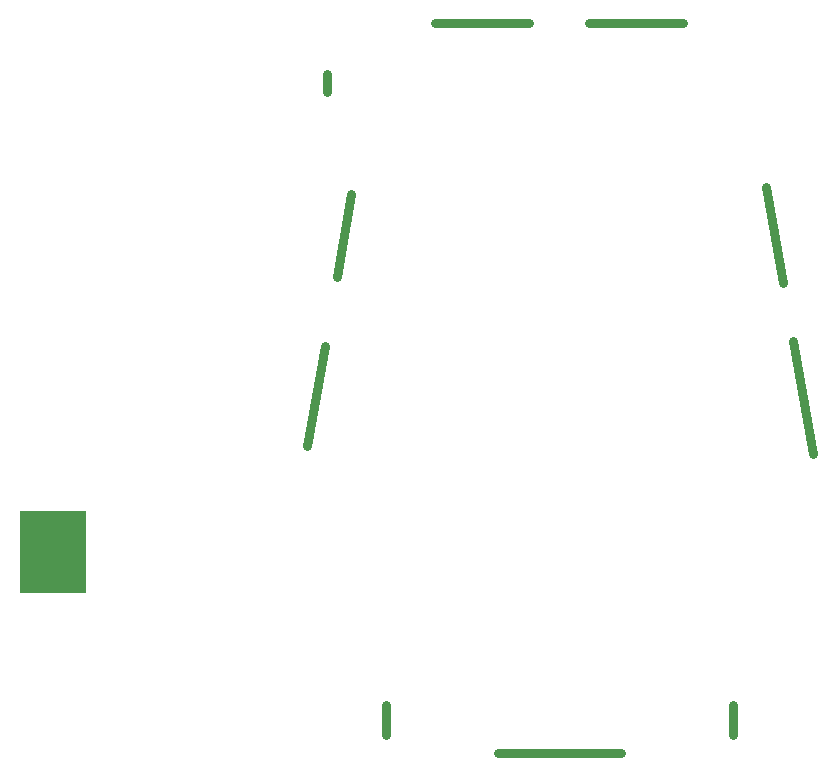
<source format=gko>
G04*
G04 #@! TF.GenerationSoftware,Altium Limited,Altium Designer,24.10.1 (45)*
G04*
G04 Layer_Color=16711935*
%FSLAX25Y25*%
%MOIN*%
G70*
G04*
G04 #@! TF.SameCoordinates,083811C0-BB5A-407D-82B1-07892853DE6B*
G04*
G04*
G04 #@! TF.FilePolarity,Positive*
G04*
G01*
G75*
%ADD276C,0.03150*%
%ADD277C,0.03150*%
%ADD278R,0.22244X0.27559*%
D276*
X-77559Y212935D02*
Y218935D01*
X9960Y235970D02*
X41242D01*
X-41395Y236037D02*
X-10112D01*
X-20414Y-7190D02*
X20393D01*
X-84175Y95027D02*
X-78237Y128492D01*
X57899Y-1200D02*
Y8800D01*
X-57899Y-1200D02*
Y8800D01*
X-74210Y151550D02*
X-69335Y179199D01*
D277*
X68977Y181381D02*
X74569Y149519D01*
X78002Y130200D02*
X84631Y92463D01*
D278*
X-168681Y59842D02*
D03*
M02*

</source>
